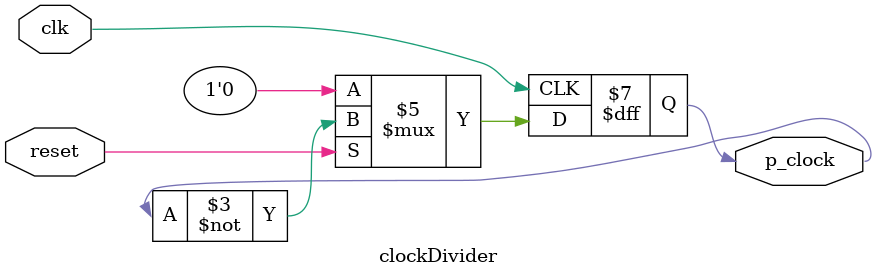
<source format=v>
module clockDivider ( clk, p_clock, reset);
output reg p_clock;
input clk ;
input reset;
	always @(posedge clk)
	begin
	if (~reset)
    	 p_clock <= 1'b0;

    else
	     p_clock <= ~ p_clock;	
	end
endmodule
</source>
